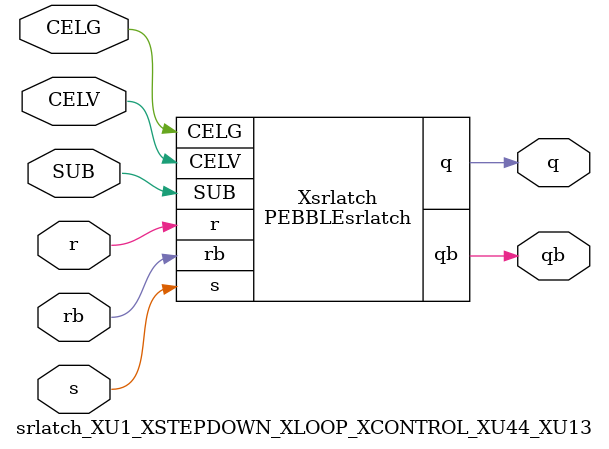
<source format=v>



module PEBBLEsrlatch ( q, qb, CELG, CELV, SUB, r, rb, s );

  input CELV;
  input s;
  output q;
  input rb;
  input r;
  input SUB;
  input CELG;
  output qb;
endmodule

//Celera Confidential Do Not Copy srlatch_XU1_XSTEPDOWN_XLOOP_XCONTROL_XU44_XU13
//Celera Confidential Symbol Generator
//SR Latch
module srlatch_XU1_XSTEPDOWN_XLOOP_XCONTROL_XU44_XU13 (CELV,CELG,s,r,rb,q,qb,SUB);
input CELV;
input CELG;
input s;
input r;
input rb;
input SUB;
output q;
output qb;

//Celera Confidential Do Not Copy srlatch
PEBBLEsrlatch Xsrlatch(
.CELV (CELV),
.r (r),
.s (s),
.q (q),
.qb (qb),
.rb (rb),
.SUB (SUB),
.CELG (CELG)
);
//,diesize,PEBBLEsrlatch

//Celera Confidential Do Not Copy Module End
//Celera Schematic Generator
endmodule

</source>
